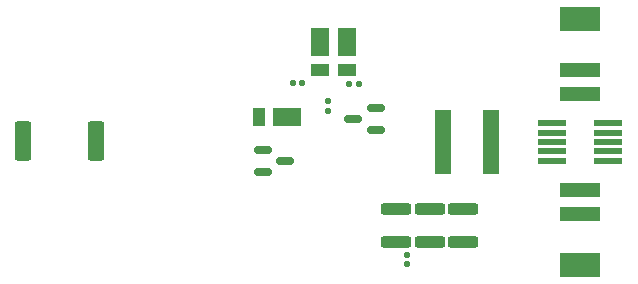
<source format=gbr>
%TF.GenerationSoftware,KiCad,Pcbnew,7.0.7*%
%TF.CreationDate,2024-04-03T12:27:14+02:00*%
%TF.ProjectId,SMPS_legged_robot_module,534d5053-5f6c-4656-9767-65645f726f62,1.0*%
%TF.SameCoordinates,Original*%
%TF.FileFunction,Paste,Bot*%
%TF.FilePolarity,Positive*%
%FSLAX46Y46*%
G04 Gerber Fmt 4.6, Leading zero omitted, Abs format (unit mm)*
G04 Created by KiCad (PCBNEW 7.0.7) date 2024-04-03 12:27:14*
%MOMM*%
%LPD*%
G01*
G04 APERTURE LIST*
G04 Aperture macros list*
%AMRoundRect*
0 Rectangle with rounded corners*
0 $1 Rounding radius*
0 $2 $3 $4 $5 $6 $7 $8 $9 X,Y pos of 4 corners*
0 Add a 4 corners polygon primitive as box body*
4,1,4,$2,$3,$4,$5,$6,$7,$8,$9,$2,$3,0*
0 Add four circle primitives for the rounded corners*
1,1,$1+$1,$2,$3*
1,1,$1+$1,$4,$5*
1,1,$1+$1,$6,$7*
1,1,$1+$1,$8,$9*
0 Add four rect primitives between the rounded corners*
20,1,$1+$1,$2,$3,$4,$5,0*
20,1,$1+$1,$4,$5,$6,$7,0*
20,1,$1+$1,$6,$7,$8,$9,0*
20,1,$1+$1,$8,$9,$2,$3,0*%
G04 Aperture macros list end*
%ADD10R,3.500000X2.000000*%
%ADD11R,3.500000X1.300000*%
%ADD12R,2.400000X0.500000*%
%ADD13RoundRect,0.130000X0.130000X0.130000X-0.130000X0.130000X-0.130000X-0.130000X0.130000X-0.130000X0*%
%ADD14RoundRect,0.130000X-0.130000X-0.130000X0.130000X-0.130000X0.130000X0.130000X-0.130000X0.130000X0*%
%ADD15RoundRect,0.130000X-0.130000X0.130000X-0.130000X-0.130000X0.130000X-0.130000X0.130000X0.130000X0*%
%ADD16RoundRect,0.137500X0.137500X-0.137500X0.137500X0.137500X-0.137500X0.137500X-0.137500X-0.137500X0*%
%ADD17R,1.430000X5.500000*%
%ADD18RoundRect,0.237500X-1.062500X0.237500X-1.062500X-0.237500X1.062500X-0.237500X1.062500X0.237500X0*%
%ADD19RoundRect,0.249999X-0.450001X-1.425001X0.450001X-1.425001X0.450001X1.425001X-0.450001X1.425001X0*%
%ADD20R,1.500000X2.400000*%
%ADD21R,1.500000X1.050000*%
%ADD22RoundRect,0.150000X-0.587500X-0.150000X0.587500X-0.150000X0.587500X0.150000X-0.587500X0.150000X0*%
%ADD23RoundRect,0.150000X0.587500X0.150000X-0.587500X0.150000X-0.587500X-0.150000X0.587500X-0.150000X0*%
%ADD24R,2.400000X1.500000*%
%ADD25R,1.050000X1.500000*%
G04 APERTURE END LIST*
D10*
%TO.C,J401*%
X180530000Y-67750000D03*
X180530000Y-88650000D03*
D11*
X180530000Y-74100000D03*
X180530000Y-82300000D03*
X180530000Y-72100000D03*
X180530000Y-84300000D03*
D12*
X182930000Y-76600000D03*
X178130000Y-76600000D03*
X182930000Y-77400000D03*
X178130000Y-77400000D03*
X182930000Y-78200000D03*
X178130000Y-78200000D03*
X182930000Y-79000000D03*
X178130000Y-79000000D03*
X182930000Y-79800000D03*
X178130000Y-79800000D03*
%TD*%
D13*
%TO.C,C724*%
X161790000Y-73290000D03*
X160990000Y-73290000D03*
%TD*%
D14*
%TO.C,C718*%
X156200000Y-73200000D03*
X157000000Y-73200000D03*
%TD*%
D15*
%TO.C,C717*%
X159190000Y-74760000D03*
X159190000Y-75560000D03*
%TD*%
D16*
%TO.C,R902*%
X165850000Y-88550000D03*
X165850000Y-87750000D03*
%TD*%
D17*
%TO.C,L901*%
X172970000Y-78200000D03*
X168930000Y-78200000D03*
%TD*%
D18*
%TO.C,C907*%
X167800000Y-83850000D03*
X167800000Y-86650000D03*
%TD*%
%TO.C,C906*%
X170650000Y-83850000D03*
X170650000Y-86650000D03*
%TD*%
%TO.C,C903*%
X164950000Y-83850000D03*
X164950000Y-86650000D03*
%TD*%
D19*
%TO.C,R725*%
X133400000Y-78100000D03*
X139500000Y-78100000D03*
%TD*%
D20*
%TO.C,D602*%
X158496000Y-69762001D03*
D21*
X158496000Y-72137000D03*
%TD*%
D20*
%TO.C,D601*%
X160782000Y-69762001D03*
D21*
X160782000Y-72137000D03*
%TD*%
D22*
%TO.C,Q703*%
X153700000Y-80775000D03*
X153700000Y-78875000D03*
X155575000Y-79825000D03*
%TD*%
D23*
%TO.C,Q704*%
X163212500Y-75325000D03*
X163212500Y-77225000D03*
X161337500Y-76275000D03*
%TD*%
D24*
%TO.C,D703*%
X155679999Y-76110000D03*
D25*
X153305000Y-76110000D03*
%TD*%
M02*

</source>
